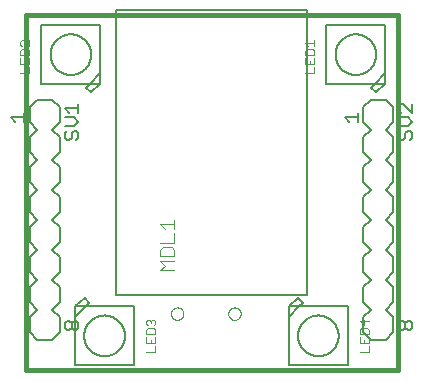
<source format=gto>
G75*
%MOIN*%
%OFA0B0*%
%FSLAX25Y25*%
%IPPOS*%
%LPD*%
%AMOC8*
5,1,8,0,0,1.08239X$1,22.5*
%
%ADD10C,0.01600*%
%ADD11C,0.00500*%
%ADD12C,0.00400*%
%ADD13C,0.00000*%
%ADD14C,0.00600*%
%ADD15C,0.00300*%
D10*
X0008250Y0005000D02*
X0008250Y0123110D01*
X0132266Y0123110D01*
X0132266Y0005000D01*
X0008250Y0005000D01*
D11*
X0024657Y0006407D02*
X0024657Y0022549D01*
X0028201Y0026093D01*
X0029382Y0027274D01*
X0027807Y0028848D01*
X0024657Y0026093D01*
X0028201Y0026093D01*
X0044343Y0026093D01*
X0044343Y0006407D01*
X0024657Y0006407D01*
X0027727Y0016250D02*
X0027729Y0016416D01*
X0027735Y0016582D01*
X0027745Y0016748D01*
X0027760Y0016914D01*
X0027778Y0017079D01*
X0027800Y0017244D01*
X0027827Y0017408D01*
X0027857Y0017571D01*
X0027892Y0017734D01*
X0027930Y0017896D01*
X0027972Y0018056D01*
X0028019Y0018216D01*
X0028069Y0018375D01*
X0028123Y0018532D01*
X0028181Y0018688D01*
X0028243Y0018842D01*
X0028308Y0018995D01*
X0028377Y0019146D01*
X0028450Y0019295D01*
X0028527Y0019443D01*
X0028607Y0019588D01*
X0028691Y0019732D01*
X0028778Y0019874D01*
X0028868Y0020013D01*
X0028962Y0020150D01*
X0029060Y0020285D01*
X0029161Y0020417D01*
X0029264Y0020547D01*
X0029371Y0020674D01*
X0029482Y0020798D01*
X0029595Y0020920D01*
X0029711Y0021039D01*
X0029830Y0021155D01*
X0029952Y0021268D01*
X0030076Y0021379D01*
X0030203Y0021486D01*
X0030333Y0021589D01*
X0030465Y0021690D01*
X0030600Y0021788D01*
X0030737Y0021882D01*
X0030876Y0021972D01*
X0031018Y0022059D01*
X0031162Y0022143D01*
X0031307Y0022223D01*
X0031455Y0022300D01*
X0031604Y0022373D01*
X0031755Y0022442D01*
X0031908Y0022507D01*
X0032062Y0022569D01*
X0032218Y0022627D01*
X0032375Y0022681D01*
X0032534Y0022731D01*
X0032694Y0022778D01*
X0032854Y0022820D01*
X0033016Y0022858D01*
X0033179Y0022893D01*
X0033342Y0022923D01*
X0033506Y0022950D01*
X0033671Y0022972D01*
X0033836Y0022990D01*
X0034002Y0023005D01*
X0034168Y0023015D01*
X0034334Y0023021D01*
X0034500Y0023023D01*
X0034666Y0023021D01*
X0034832Y0023015D01*
X0034998Y0023005D01*
X0035164Y0022990D01*
X0035329Y0022972D01*
X0035494Y0022950D01*
X0035658Y0022923D01*
X0035821Y0022893D01*
X0035984Y0022858D01*
X0036146Y0022820D01*
X0036306Y0022778D01*
X0036466Y0022731D01*
X0036625Y0022681D01*
X0036782Y0022627D01*
X0036938Y0022569D01*
X0037092Y0022507D01*
X0037245Y0022442D01*
X0037396Y0022373D01*
X0037545Y0022300D01*
X0037693Y0022223D01*
X0037838Y0022143D01*
X0037982Y0022059D01*
X0038124Y0021972D01*
X0038263Y0021882D01*
X0038400Y0021788D01*
X0038535Y0021690D01*
X0038667Y0021589D01*
X0038797Y0021486D01*
X0038924Y0021379D01*
X0039048Y0021268D01*
X0039170Y0021155D01*
X0039289Y0021039D01*
X0039405Y0020920D01*
X0039518Y0020798D01*
X0039629Y0020674D01*
X0039736Y0020547D01*
X0039839Y0020417D01*
X0039940Y0020285D01*
X0040038Y0020150D01*
X0040132Y0020013D01*
X0040222Y0019874D01*
X0040309Y0019732D01*
X0040393Y0019588D01*
X0040473Y0019443D01*
X0040550Y0019295D01*
X0040623Y0019146D01*
X0040692Y0018995D01*
X0040757Y0018842D01*
X0040819Y0018688D01*
X0040877Y0018532D01*
X0040931Y0018375D01*
X0040981Y0018216D01*
X0041028Y0018056D01*
X0041070Y0017896D01*
X0041108Y0017734D01*
X0041143Y0017571D01*
X0041173Y0017408D01*
X0041200Y0017244D01*
X0041222Y0017079D01*
X0041240Y0016914D01*
X0041255Y0016748D01*
X0041265Y0016582D01*
X0041271Y0016416D01*
X0041273Y0016250D01*
X0041271Y0016084D01*
X0041265Y0015918D01*
X0041255Y0015752D01*
X0041240Y0015586D01*
X0041222Y0015421D01*
X0041200Y0015256D01*
X0041173Y0015092D01*
X0041143Y0014929D01*
X0041108Y0014766D01*
X0041070Y0014604D01*
X0041028Y0014444D01*
X0040981Y0014284D01*
X0040931Y0014125D01*
X0040877Y0013968D01*
X0040819Y0013812D01*
X0040757Y0013658D01*
X0040692Y0013505D01*
X0040623Y0013354D01*
X0040550Y0013205D01*
X0040473Y0013057D01*
X0040393Y0012912D01*
X0040309Y0012768D01*
X0040222Y0012626D01*
X0040132Y0012487D01*
X0040038Y0012350D01*
X0039940Y0012215D01*
X0039839Y0012083D01*
X0039736Y0011953D01*
X0039629Y0011826D01*
X0039518Y0011702D01*
X0039405Y0011580D01*
X0039289Y0011461D01*
X0039170Y0011345D01*
X0039048Y0011232D01*
X0038924Y0011121D01*
X0038797Y0011014D01*
X0038667Y0010911D01*
X0038535Y0010810D01*
X0038400Y0010712D01*
X0038263Y0010618D01*
X0038124Y0010528D01*
X0037982Y0010441D01*
X0037838Y0010357D01*
X0037693Y0010277D01*
X0037545Y0010200D01*
X0037396Y0010127D01*
X0037245Y0010058D01*
X0037092Y0009993D01*
X0036938Y0009931D01*
X0036782Y0009873D01*
X0036625Y0009819D01*
X0036466Y0009769D01*
X0036306Y0009722D01*
X0036146Y0009680D01*
X0035984Y0009642D01*
X0035821Y0009607D01*
X0035658Y0009577D01*
X0035494Y0009550D01*
X0035329Y0009528D01*
X0035164Y0009510D01*
X0034998Y0009495D01*
X0034832Y0009485D01*
X0034666Y0009479D01*
X0034500Y0009477D01*
X0034334Y0009479D01*
X0034168Y0009485D01*
X0034002Y0009495D01*
X0033836Y0009510D01*
X0033671Y0009528D01*
X0033506Y0009550D01*
X0033342Y0009577D01*
X0033179Y0009607D01*
X0033016Y0009642D01*
X0032854Y0009680D01*
X0032694Y0009722D01*
X0032534Y0009769D01*
X0032375Y0009819D01*
X0032218Y0009873D01*
X0032062Y0009931D01*
X0031908Y0009993D01*
X0031755Y0010058D01*
X0031604Y0010127D01*
X0031455Y0010200D01*
X0031307Y0010277D01*
X0031162Y0010357D01*
X0031018Y0010441D01*
X0030876Y0010528D01*
X0030737Y0010618D01*
X0030600Y0010712D01*
X0030465Y0010810D01*
X0030333Y0010911D01*
X0030203Y0011014D01*
X0030076Y0011121D01*
X0029952Y0011232D01*
X0029830Y0011345D01*
X0029711Y0011461D01*
X0029595Y0011580D01*
X0029482Y0011702D01*
X0029371Y0011826D01*
X0029264Y0011953D01*
X0029161Y0012083D01*
X0029060Y0012215D01*
X0028962Y0012350D01*
X0028868Y0012487D01*
X0028778Y0012626D01*
X0028691Y0012768D01*
X0028607Y0012912D01*
X0028527Y0013057D01*
X0028450Y0013205D01*
X0028377Y0013354D01*
X0028308Y0013505D01*
X0028243Y0013658D01*
X0028181Y0013812D01*
X0028123Y0013968D01*
X0028069Y0014125D01*
X0028019Y0014284D01*
X0027972Y0014444D01*
X0027930Y0014604D01*
X0027892Y0014766D01*
X0027857Y0014929D01*
X0027827Y0015092D01*
X0027800Y0015256D01*
X0027778Y0015421D01*
X0027760Y0015586D01*
X0027745Y0015752D01*
X0027735Y0015918D01*
X0027729Y0016084D01*
X0027727Y0016250D01*
X0025750Y0018897D02*
X0024999Y0018146D01*
X0024249Y0018146D01*
X0023498Y0018897D01*
X0023498Y0020398D01*
X0024249Y0021149D01*
X0024999Y0021149D01*
X0025750Y0020398D01*
X0025750Y0018897D01*
X0023498Y0018897D02*
X0022747Y0018146D01*
X0021997Y0018146D01*
X0021246Y0018897D01*
X0021246Y0020398D01*
X0021997Y0021149D01*
X0022747Y0021149D01*
X0023498Y0020398D01*
X0024657Y0022549D02*
X0024657Y0026093D01*
X0038250Y0030000D02*
X0102030Y0030000D01*
X0102030Y0124882D01*
X0038250Y0124882D01*
X0038250Y0030000D01*
X0095907Y0026093D02*
X0095907Y0022549D01*
X0099451Y0026093D01*
X0100632Y0027274D01*
X0099057Y0028848D01*
X0095907Y0026093D01*
X0099451Y0026093D01*
X0115593Y0026093D01*
X0115593Y0006407D01*
X0095907Y0006407D01*
X0095907Y0022549D01*
X0098977Y0016250D02*
X0098979Y0016416D01*
X0098985Y0016582D01*
X0098995Y0016748D01*
X0099010Y0016914D01*
X0099028Y0017079D01*
X0099050Y0017244D01*
X0099077Y0017408D01*
X0099107Y0017571D01*
X0099142Y0017734D01*
X0099180Y0017896D01*
X0099222Y0018056D01*
X0099269Y0018216D01*
X0099319Y0018375D01*
X0099373Y0018532D01*
X0099431Y0018688D01*
X0099493Y0018842D01*
X0099558Y0018995D01*
X0099627Y0019146D01*
X0099700Y0019295D01*
X0099777Y0019443D01*
X0099857Y0019588D01*
X0099941Y0019732D01*
X0100028Y0019874D01*
X0100118Y0020013D01*
X0100212Y0020150D01*
X0100310Y0020285D01*
X0100411Y0020417D01*
X0100514Y0020547D01*
X0100621Y0020674D01*
X0100732Y0020798D01*
X0100845Y0020920D01*
X0100961Y0021039D01*
X0101080Y0021155D01*
X0101202Y0021268D01*
X0101326Y0021379D01*
X0101453Y0021486D01*
X0101583Y0021589D01*
X0101715Y0021690D01*
X0101850Y0021788D01*
X0101987Y0021882D01*
X0102126Y0021972D01*
X0102268Y0022059D01*
X0102412Y0022143D01*
X0102557Y0022223D01*
X0102705Y0022300D01*
X0102854Y0022373D01*
X0103005Y0022442D01*
X0103158Y0022507D01*
X0103312Y0022569D01*
X0103468Y0022627D01*
X0103625Y0022681D01*
X0103784Y0022731D01*
X0103944Y0022778D01*
X0104104Y0022820D01*
X0104266Y0022858D01*
X0104429Y0022893D01*
X0104592Y0022923D01*
X0104756Y0022950D01*
X0104921Y0022972D01*
X0105086Y0022990D01*
X0105252Y0023005D01*
X0105418Y0023015D01*
X0105584Y0023021D01*
X0105750Y0023023D01*
X0105916Y0023021D01*
X0106082Y0023015D01*
X0106248Y0023005D01*
X0106414Y0022990D01*
X0106579Y0022972D01*
X0106744Y0022950D01*
X0106908Y0022923D01*
X0107071Y0022893D01*
X0107234Y0022858D01*
X0107396Y0022820D01*
X0107556Y0022778D01*
X0107716Y0022731D01*
X0107875Y0022681D01*
X0108032Y0022627D01*
X0108188Y0022569D01*
X0108342Y0022507D01*
X0108495Y0022442D01*
X0108646Y0022373D01*
X0108795Y0022300D01*
X0108943Y0022223D01*
X0109088Y0022143D01*
X0109232Y0022059D01*
X0109374Y0021972D01*
X0109513Y0021882D01*
X0109650Y0021788D01*
X0109785Y0021690D01*
X0109917Y0021589D01*
X0110047Y0021486D01*
X0110174Y0021379D01*
X0110298Y0021268D01*
X0110420Y0021155D01*
X0110539Y0021039D01*
X0110655Y0020920D01*
X0110768Y0020798D01*
X0110879Y0020674D01*
X0110986Y0020547D01*
X0111089Y0020417D01*
X0111190Y0020285D01*
X0111288Y0020150D01*
X0111382Y0020013D01*
X0111472Y0019874D01*
X0111559Y0019732D01*
X0111643Y0019588D01*
X0111723Y0019443D01*
X0111800Y0019295D01*
X0111873Y0019146D01*
X0111942Y0018995D01*
X0112007Y0018842D01*
X0112069Y0018688D01*
X0112127Y0018532D01*
X0112181Y0018375D01*
X0112231Y0018216D01*
X0112278Y0018056D01*
X0112320Y0017896D01*
X0112358Y0017734D01*
X0112393Y0017571D01*
X0112423Y0017408D01*
X0112450Y0017244D01*
X0112472Y0017079D01*
X0112490Y0016914D01*
X0112505Y0016748D01*
X0112515Y0016582D01*
X0112521Y0016416D01*
X0112523Y0016250D01*
X0112521Y0016084D01*
X0112515Y0015918D01*
X0112505Y0015752D01*
X0112490Y0015586D01*
X0112472Y0015421D01*
X0112450Y0015256D01*
X0112423Y0015092D01*
X0112393Y0014929D01*
X0112358Y0014766D01*
X0112320Y0014604D01*
X0112278Y0014444D01*
X0112231Y0014284D01*
X0112181Y0014125D01*
X0112127Y0013968D01*
X0112069Y0013812D01*
X0112007Y0013658D01*
X0111942Y0013505D01*
X0111873Y0013354D01*
X0111800Y0013205D01*
X0111723Y0013057D01*
X0111643Y0012912D01*
X0111559Y0012768D01*
X0111472Y0012626D01*
X0111382Y0012487D01*
X0111288Y0012350D01*
X0111190Y0012215D01*
X0111089Y0012083D01*
X0110986Y0011953D01*
X0110879Y0011826D01*
X0110768Y0011702D01*
X0110655Y0011580D01*
X0110539Y0011461D01*
X0110420Y0011345D01*
X0110298Y0011232D01*
X0110174Y0011121D01*
X0110047Y0011014D01*
X0109917Y0010911D01*
X0109785Y0010810D01*
X0109650Y0010712D01*
X0109513Y0010618D01*
X0109374Y0010528D01*
X0109232Y0010441D01*
X0109088Y0010357D01*
X0108943Y0010277D01*
X0108795Y0010200D01*
X0108646Y0010127D01*
X0108495Y0010058D01*
X0108342Y0009993D01*
X0108188Y0009931D01*
X0108032Y0009873D01*
X0107875Y0009819D01*
X0107716Y0009769D01*
X0107556Y0009722D01*
X0107396Y0009680D01*
X0107234Y0009642D01*
X0107071Y0009607D01*
X0106908Y0009577D01*
X0106744Y0009550D01*
X0106579Y0009528D01*
X0106414Y0009510D01*
X0106248Y0009495D01*
X0106082Y0009485D01*
X0105916Y0009479D01*
X0105750Y0009477D01*
X0105584Y0009479D01*
X0105418Y0009485D01*
X0105252Y0009495D01*
X0105086Y0009510D01*
X0104921Y0009528D01*
X0104756Y0009550D01*
X0104592Y0009577D01*
X0104429Y0009607D01*
X0104266Y0009642D01*
X0104104Y0009680D01*
X0103944Y0009722D01*
X0103784Y0009769D01*
X0103625Y0009819D01*
X0103468Y0009873D01*
X0103312Y0009931D01*
X0103158Y0009993D01*
X0103005Y0010058D01*
X0102854Y0010127D01*
X0102705Y0010200D01*
X0102557Y0010277D01*
X0102412Y0010357D01*
X0102268Y0010441D01*
X0102126Y0010528D01*
X0101987Y0010618D01*
X0101850Y0010712D01*
X0101715Y0010810D01*
X0101583Y0010911D01*
X0101453Y0011014D01*
X0101326Y0011121D01*
X0101202Y0011232D01*
X0101080Y0011345D01*
X0100961Y0011461D01*
X0100845Y0011580D01*
X0100732Y0011702D01*
X0100621Y0011826D01*
X0100514Y0011953D01*
X0100411Y0012083D01*
X0100310Y0012215D01*
X0100212Y0012350D01*
X0100118Y0012487D01*
X0100028Y0012626D01*
X0099941Y0012768D01*
X0099857Y0012912D01*
X0099777Y0013057D01*
X0099700Y0013205D01*
X0099627Y0013354D01*
X0099558Y0013505D01*
X0099493Y0013658D01*
X0099431Y0013812D01*
X0099373Y0013968D01*
X0099319Y0014125D01*
X0099269Y0014284D01*
X0099222Y0014444D01*
X0099180Y0014604D01*
X0099142Y0014766D01*
X0099107Y0014929D01*
X0099077Y0015092D01*
X0099050Y0015256D01*
X0099028Y0015421D01*
X0099010Y0015586D01*
X0098995Y0015752D01*
X0098985Y0015918D01*
X0098979Y0016084D01*
X0098977Y0016250D01*
X0132496Y0018897D02*
X0132496Y0020398D01*
X0133247Y0021149D01*
X0133997Y0021149D01*
X0134748Y0020398D01*
X0134748Y0018897D01*
X0133997Y0018146D01*
X0133247Y0018146D01*
X0132496Y0018897D01*
X0134748Y0018897D02*
X0135499Y0018146D01*
X0136249Y0018146D01*
X0137000Y0018897D01*
X0137000Y0020398D01*
X0136249Y0021149D01*
X0135499Y0021149D01*
X0134748Y0020398D01*
X0133997Y0081438D02*
X0133247Y0081438D01*
X0132496Y0082189D01*
X0132496Y0083690D01*
X0133247Y0084441D01*
X0134748Y0083690D02*
X0134748Y0082189D01*
X0133997Y0081438D01*
X0136249Y0081438D02*
X0137000Y0082189D01*
X0137000Y0083690D01*
X0136249Y0084441D01*
X0135499Y0084441D01*
X0134748Y0083690D01*
X0135499Y0086042D02*
X0132496Y0086042D01*
X0132496Y0089045D02*
X0135499Y0089045D01*
X0137000Y0087543D01*
X0135499Y0086042D01*
X0137000Y0090646D02*
X0133997Y0093649D01*
X0133247Y0093649D01*
X0132496Y0092898D01*
X0132496Y0091397D01*
X0133247Y0090646D01*
X0137000Y0090646D02*
X0137000Y0093649D01*
X0128093Y0100157D02*
X0124943Y0097402D01*
X0123368Y0098976D01*
X0124549Y0100157D01*
X0128093Y0103701D01*
X0128093Y0100157D01*
X0124549Y0100157D01*
X0108407Y0100157D01*
X0108407Y0119843D01*
X0128093Y0119843D01*
X0128093Y0103701D01*
X0111477Y0110000D02*
X0111479Y0110166D01*
X0111485Y0110332D01*
X0111495Y0110498D01*
X0111510Y0110664D01*
X0111528Y0110829D01*
X0111550Y0110994D01*
X0111577Y0111158D01*
X0111607Y0111321D01*
X0111642Y0111484D01*
X0111680Y0111646D01*
X0111722Y0111806D01*
X0111769Y0111966D01*
X0111819Y0112125D01*
X0111873Y0112282D01*
X0111931Y0112438D01*
X0111993Y0112592D01*
X0112058Y0112745D01*
X0112127Y0112896D01*
X0112200Y0113045D01*
X0112277Y0113193D01*
X0112357Y0113338D01*
X0112441Y0113482D01*
X0112528Y0113624D01*
X0112618Y0113763D01*
X0112712Y0113900D01*
X0112810Y0114035D01*
X0112911Y0114167D01*
X0113014Y0114297D01*
X0113121Y0114424D01*
X0113232Y0114548D01*
X0113345Y0114670D01*
X0113461Y0114789D01*
X0113580Y0114905D01*
X0113702Y0115018D01*
X0113826Y0115129D01*
X0113953Y0115236D01*
X0114083Y0115339D01*
X0114215Y0115440D01*
X0114350Y0115538D01*
X0114487Y0115632D01*
X0114626Y0115722D01*
X0114768Y0115809D01*
X0114912Y0115893D01*
X0115057Y0115973D01*
X0115205Y0116050D01*
X0115354Y0116123D01*
X0115505Y0116192D01*
X0115658Y0116257D01*
X0115812Y0116319D01*
X0115968Y0116377D01*
X0116125Y0116431D01*
X0116284Y0116481D01*
X0116444Y0116528D01*
X0116604Y0116570D01*
X0116766Y0116608D01*
X0116929Y0116643D01*
X0117092Y0116673D01*
X0117256Y0116700D01*
X0117421Y0116722D01*
X0117586Y0116740D01*
X0117752Y0116755D01*
X0117918Y0116765D01*
X0118084Y0116771D01*
X0118250Y0116773D01*
X0118416Y0116771D01*
X0118582Y0116765D01*
X0118748Y0116755D01*
X0118914Y0116740D01*
X0119079Y0116722D01*
X0119244Y0116700D01*
X0119408Y0116673D01*
X0119571Y0116643D01*
X0119734Y0116608D01*
X0119896Y0116570D01*
X0120056Y0116528D01*
X0120216Y0116481D01*
X0120375Y0116431D01*
X0120532Y0116377D01*
X0120688Y0116319D01*
X0120842Y0116257D01*
X0120995Y0116192D01*
X0121146Y0116123D01*
X0121295Y0116050D01*
X0121443Y0115973D01*
X0121588Y0115893D01*
X0121732Y0115809D01*
X0121874Y0115722D01*
X0122013Y0115632D01*
X0122150Y0115538D01*
X0122285Y0115440D01*
X0122417Y0115339D01*
X0122547Y0115236D01*
X0122674Y0115129D01*
X0122798Y0115018D01*
X0122920Y0114905D01*
X0123039Y0114789D01*
X0123155Y0114670D01*
X0123268Y0114548D01*
X0123379Y0114424D01*
X0123486Y0114297D01*
X0123589Y0114167D01*
X0123690Y0114035D01*
X0123788Y0113900D01*
X0123882Y0113763D01*
X0123972Y0113624D01*
X0124059Y0113482D01*
X0124143Y0113338D01*
X0124223Y0113193D01*
X0124300Y0113045D01*
X0124373Y0112896D01*
X0124442Y0112745D01*
X0124507Y0112592D01*
X0124569Y0112438D01*
X0124627Y0112282D01*
X0124681Y0112125D01*
X0124731Y0111966D01*
X0124778Y0111806D01*
X0124820Y0111646D01*
X0124858Y0111484D01*
X0124893Y0111321D01*
X0124923Y0111158D01*
X0124950Y0110994D01*
X0124972Y0110829D01*
X0124990Y0110664D01*
X0125005Y0110498D01*
X0125015Y0110332D01*
X0125021Y0110166D01*
X0125023Y0110000D01*
X0125021Y0109834D01*
X0125015Y0109668D01*
X0125005Y0109502D01*
X0124990Y0109336D01*
X0124972Y0109171D01*
X0124950Y0109006D01*
X0124923Y0108842D01*
X0124893Y0108679D01*
X0124858Y0108516D01*
X0124820Y0108354D01*
X0124778Y0108194D01*
X0124731Y0108034D01*
X0124681Y0107875D01*
X0124627Y0107718D01*
X0124569Y0107562D01*
X0124507Y0107408D01*
X0124442Y0107255D01*
X0124373Y0107104D01*
X0124300Y0106955D01*
X0124223Y0106807D01*
X0124143Y0106662D01*
X0124059Y0106518D01*
X0123972Y0106376D01*
X0123882Y0106237D01*
X0123788Y0106100D01*
X0123690Y0105965D01*
X0123589Y0105833D01*
X0123486Y0105703D01*
X0123379Y0105576D01*
X0123268Y0105452D01*
X0123155Y0105330D01*
X0123039Y0105211D01*
X0122920Y0105095D01*
X0122798Y0104982D01*
X0122674Y0104871D01*
X0122547Y0104764D01*
X0122417Y0104661D01*
X0122285Y0104560D01*
X0122150Y0104462D01*
X0122013Y0104368D01*
X0121874Y0104278D01*
X0121732Y0104191D01*
X0121588Y0104107D01*
X0121443Y0104027D01*
X0121295Y0103950D01*
X0121146Y0103877D01*
X0120995Y0103808D01*
X0120842Y0103743D01*
X0120688Y0103681D01*
X0120532Y0103623D01*
X0120375Y0103569D01*
X0120216Y0103519D01*
X0120056Y0103472D01*
X0119896Y0103430D01*
X0119734Y0103392D01*
X0119571Y0103357D01*
X0119408Y0103327D01*
X0119244Y0103300D01*
X0119079Y0103278D01*
X0118914Y0103260D01*
X0118748Y0103245D01*
X0118582Y0103235D01*
X0118416Y0103229D01*
X0118250Y0103227D01*
X0118084Y0103229D01*
X0117918Y0103235D01*
X0117752Y0103245D01*
X0117586Y0103260D01*
X0117421Y0103278D01*
X0117256Y0103300D01*
X0117092Y0103327D01*
X0116929Y0103357D01*
X0116766Y0103392D01*
X0116604Y0103430D01*
X0116444Y0103472D01*
X0116284Y0103519D01*
X0116125Y0103569D01*
X0115968Y0103623D01*
X0115812Y0103681D01*
X0115658Y0103743D01*
X0115505Y0103808D01*
X0115354Y0103877D01*
X0115205Y0103950D01*
X0115057Y0104027D01*
X0114912Y0104107D01*
X0114768Y0104191D01*
X0114626Y0104278D01*
X0114487Y0104368D01*
X0114350Y0104462D01*
X0114215Y0104560D01*
X0114083Y0104661D01*
X0113953Y0104764D01*
X0113826Y0104871D01*
X0113702Y0104982D01*
X0113580Y0105095D01*
X0113461Y0105211D01*
X0113345Y0105330D01*
X0113232Y0105452D01*
X0113121Y0105576D01*
X0113014Y0105703D01*
X0112911Y0105833D01*
X0112810Y0105965D01*
X0112712Y0106100D01*
X0112618Y0106237D01*
X0112528Y0106376D01*
X0112441Y0106518D01*
X0112357Y0106662D01*
X0112277Y0106807D01*
X0112200Y0106955D01*
X0112127Y0107104D01*
X0112058Y0107255D01*
X0111993Y0107408D01*
X0111931Y0107562D01*
X0111873Y0107718D01*
X0111819Y0107875D01*
X0111769Y0108034D01*
X0111722Y0108194D01*
X0111680Y0108354D01*
X0111642Y0108516D01*
X0111607Y0108679D01*
X0111577Y0108842D01*
X0111550Y0109006D01*
X0111528Y0109171D01*
X0111510Y0109336D01*
X0111495Y0109502D01*
X0111485Y0109668D01*
X0111479Y0109834D01*
X0111477Y0110000D01*
X0119000Y0090649D02*
X0119000Y0087646D01*
X0119000Y0089147D02*
X0114496Y0089147D01*
X0115997Y0087646D01*
X0033093Y0100157D02*
X0029943Y0097402D01*
X0028368Y0098976D01*
X0029549Y0100157D01*
X0033093Y0103701D01*
X0033093Y0100157D01*
X0029549Y0100157D01*
X0013407Y0100157D01*
X0013407Y0119843D01*
X0033093Y0119843D01*
X0033093Y0103701D01*
X0016477Y0110000D02*
X0016479Y0110166D01*
X0016485Y0110332D01*
X0016495Y0110498D01*
X0016510Y0110664D01*
X0016528Y0110829D01*
X0016550Y0110994D01*
X0016577Y0111158D01*
X0016607Y0111321D01*
X0016642Y0111484D01*
X0016680Y0111646D01*
X0016722Y0111806D01*
X0016769Y0111966D01*
X0016819Y0112125D01*
X0016873Y0112282D01*
X0016931Y0112438D01*
X0016993Y0112592D01*
X0017058Y0112745D01*
X0017127Y0112896D01*
X0017200Y0113045D01*
X0017277Y0113193D01*
X0017357Y0113338D01*
X0017441Y0113482D01*
X0017528Y0113624D01*
X0017618Y0113763D01*
X0017712Y0113900D01*
X0017810Y0114035D01*
X0017911Y0114167D01*
X0018014Y0114297D01*
X0018121Y0114424D01*
X0018232Y0114548D01*
X0018345Y0114670D01*
X0018461Y0114789D01*
X0018580Y0114905D01*
X0018702Y0115018D01*
X0018826Y0115129D01*
X0018953Y0115236D01*
X0019083Y0115339D01*
X0019215Y0115440D01*
X0019350Y0115538D01*
X0019487Y0115632D01*
X0019626Y0115722D01*
X0019768Y0115809D01*
X0019912Y0115893D01*
X0020057Y0115973D01*
X0020205Y0116050D01*
X0020354Y0116123D01*
X0020505Y0116192D01*
X0020658Y0116257D01*
X0020812Y0116319D01*
X0020968Y0116377D01*
X0021125Y0116431D01*
X0021284Y0116481D01*
X0021444Y0116528D01*
X0021604Y0116570D01*
X0021766Y0116608D01*
X0021929Y0116643D01*
X0022092Y0116673D01*
X0022256Y0116700D01*
X0022421Y0116722D01*
X0022586Y0116740D01*
X0022752Y0116755D01*
X0022918Y0116765D01*
X0023084Y0116771D01*
X0023250Y0116773D01*
X0023416Y0116771D01*
X0023582Y0116765D01*
X0023748Y0116755D01*
X0023914Y0116740D01*
X0024079Y0116722D01*
X0024244Y0116700D01*
X0024408Y0116673D01*
X0024571Y0116643D01*
X0024734Y0116608D01*
X0024896Y0116570D01*
X0025056Y0116528D01*
X0025216Y0116481D01*
X0025375Y0116431D01*
X0025532Y0116377D01*
X0025688Y0116319D01*
X0025842Y0116257D01*
X0025995Y0116192D01*
X0026146Y0116123D01*
X0026295Y0116050D01*
X0026443Y0115973D01*
X0026588Y0115893D01*
X0026732Y0115809D01*
X0026874Y0115722D01*
X0027013Y0115632D01*
X0027150Y0115538D01*
X0027285Y0115440D01*
X0027417Y0115339D01*
X0027547Y0115236D01*
X0027674Y0115129D01*
X0027798Y0115018D01*
X0027920Y0114905D01*
X0028039Y0114789D01*
X0028155Y0114670D01*
X0028268Y0114548D01*
X0028379Y0114424D01*
X0028486Y0114297D01*
X0028589Y0114167D01*
X0028690Y0114035D01*
X0028788Y0113900D01*
X0028882Y0113763D01*
X0028972Y0113624D01*
X0029059Y0113482D01*
X0029143Y0113338D01*
X0029223Y0113193D01*
X0029300Y0113045D01*
X0029373Y0112896D01*
X0029442Y0112745D01*
X0029507Y0112592D01*
X0029569Y0112438D01*
X0029627Y0112282D01*
X0029681Y0112125D01*
X0029731Y0111966D01*
X0029778Y0111806D01*
X0029820Y0111646D01*
X0029858Y0111484D01*
X0029893Y0111321D01*
X0029923Y0111158D01*
X0029950Y0110994D01*
X0029972Y0110829D01*
X0029990Y0110664D01*
X0030005Y0110498D01*
X0030015Y0110332D01*
X0030021Y0110166D01*
X0030023Y0110000D01*
X0030021Y0109834D01*
X0030015Y0109668D01*
X0030005Y0109502D01*
X0029990Y0109336D01*
X0029972Y0109171D01*
X0029950Y0109006D01*
X0029923Y0108842D01*
X0029893Y0108679D01*
X0029858Y0108516D01*
X0029820Y0108354D01*
X0029778Y0108194D01*
X0029731Y0108034D01*
X0029681Y0107875D01*
X0029627Y0107718D01*
X0029569Y0107562D01*
X0029507Y0107408D01*
X0029442Y0107255D01*
X0029373Y0107104D01*
X0029300Y0106955D01*
X0029223Y0106807D01*
X0029143Y0106662D01*
X0029059Y0106518D01*
X0028972Y0106376D01*
X0028882Y0106237D01*
X0028788Y0106100D01*
X0028690Y0105965D01*
X0028589Y0105833D01*
X0028486Y0105703D01*
X0028379Y0105576D01*
X0028268Y0105452D01*
X0028155Y0105330D01*
X0028039Y0105211D01*
X0027920Y0105095D01*
X0027798Y0104982D01*
X0027674Y0104871D01*
X0027547Y0104764D01*
X0027417Y0104661D01*
X0027285Y0104560D01*
X0027150Y0104462D01*
X0027013Y0104368D01*
X0026874Y0104278D01*
X0026732Y0104191D01*
X0026588Y0104107D01*
X0026443Y0104027D01*
X0026295Y0103950D01*
X0026146Y0103877D01*
X0025995Y0103808D01*
X0025842Y0103743D01*
X0025688Y0103681D01*
X0025532Y0103623D01*
X0025375Y0103569D01*
X0025216Y0103519D01*
X0025056Y0103472D01*
X0024896Y0103430D01*
X0024734Y0103392D01*
X0024571Y0103357D01*
X0024408Y0103327D01*
X0024244Y0103300D01*
X0024079Y0103278D01*
X0023914Y0103260D01*
X0023748Y0103245D01*
X0023582Y0103235D01*
X0023416Y0103229D01*
X0023250Y0103227D01*
X0023084Y0103229D01*
X0022918Y0103235D01*
X0022752Y0103245D01*
X0022586Y0103260D01*
X0022421Y0103278D01*
X0022256Y0103300D01*
X0022092Y0103327D01*
X0021929Y0103357D01*
X0021766Y0103392D01*
X0021604Y0103430D01*
X0021444Y0103472D01*
X0021284Y0103519D01*
X0021125Y0103569D01*
X0020968Y0103623D01*
X0020812Y0103681D01*
X0020658Y0103743D01*
X0020505Y0103808D01*
X0020354Y0103877D01*
X0020205Y0103950D01*
X0020057Y0104027D01*
X0019912Y0104107D01*
X0019768Y0104191D01*
X0019626Y0104278D01*
X0019487Y0104368D01*
X0019350Y0104462D01*
X0019215Y0104560D01*
X0019083Y0104661D01*
X0018953Y0104764D01*
X0018826Y0104871D01*
X0018702Y0104982D01*
X0018580Y0105095D01*
X0018461Y0105211D01*
X0018345Y0105330D01*
X0018232Y0105452D01*
X0018121Y0105576D01*
X0018014Y0105703D01*
X0017911Y0105833D01*
X0017810Y0105965D01*
X0017712Y0106100D01*
X0017618Y0106237D01*
X0017528Y0106376D01*
X0017441Y0106518D01*
X0017357Y0106662D01*
X0017277Y0106807D01*
X0017200Y0106955D01*
X0017127Y0107104D01*
X0017058Y0107255D01*
X0016993Y0107408D01*
X0016931Y0107562D01*
X0016873Y0107718D01*
X0016819Y0107875D01*
X0016769Y0108034D01*
X0016722Y0108194D01*
X0016680Y0108354D01*
X0016642Y0108516D01*
X0016607Y0108679D01*
X0016577Y0108842D01*
X0016550Y0109006D01*
X0016528Y0109171D01*
X0016510Y0109336D01*
X0016495Y0109502D01*
X0016485Y0109668D01*
X0016479Y0109834D01*
X0016477Y0110000D01*
X0025750Y0093649D02*
X0025750Y0090646D01*
X0024249Y0089045D02*
X0021246Y0089045D01*
X0022747Y0090646D02*
X0021246Y0092147D01*
X0025750Y0092147D01*
X0024249Y0089045D02*
X0025750Y0087543D01*
X0024249Y0086042D01*
X0021246Y0086042D01*
X0021997Y0084441D02*
X0021246Y0083690D01*
X0021246Y0082189D01*
X0021997Y0081438D01*
X0022747Y0081438D01*
X0023498Y0082189D01*
X0023498Y0083690D01*
X0024249Y0084441D01*
X0024999Y0084441D01*
X0025750Y0083690D01*
X0025750Y0082189D01*
X0024999Y0081438D01*
X0007750Y0087646D02*
X0007750Y0090649D01*
X0007750Y0089147D02*
X0003246Y0089147D01*
X0004747Y0087646D01*
D12*
X0053131Y0053420D02*
X0057735Y0053420D01*
X0057735Y0051886D02*
X0057735Y0054955D01*
X0054666Y0051886D02*
X0053131Y0053420D01*
X0057735Y0050351D02*
X0057735Y0047282D01*
X0053131Y0047282D01*
X0053898Y0045747D02*
X0053131Y0044980D01*
X0053131Y0042678D01*
X0057735Y0042678D01*
X0057735Y0044980D01*
X0056968Y0045747D01*
X0053898Y0045747D01*
X0053131Y0041143D02*
X0057735Y0041143D01*
X0057735Y0038074D02*
X0053131Y0038074D01*
X0054666Y0039609D01*
X0053131Y0041143D01*
D13*
X0056636Y0023622D02*
X0056638Y0023713D01*
X0056644Y0023803D01*
X0056654Y0023894D01*
X0056668Y0023983D01*
X0056686Y0024072D01*
X0056707Y0024161D01*
X0056733Y0024248D01*
X0056762Y0024334D01*
X0056796Y0024418D01*
X0056832Y0024501D01*
X0056873Y0024583D01*
X0056917Y0024662D01*
X0056964Y0024740D01*
X0057015Y0024815D01*
X0057069Y0024888D01*
X0057126Y0024958D01*
X0057186Y0025026D01*
X0057249Y0025092D01*
X0057315Y0025154D01*
X0057384Y0025213D01*
X0057455Y0025270D01*
X0057529Y0025323D01*
X0057605Y0025373D01*
X0057683Y0025420D01*
X0057763Y0025463D01*
X0057844Y0025502D01*
X0057928Y0025538D01*
X0058013Y0025570D01*
X0058099Y0025599D01*
X0058186Y0025623D01*
X0058275Y0025644D01*
X0058364Y0025661D01*
X0058454Y0025674D01*
X0058544Y0025683D01*
X0058635Y0025688D01*
X0058726Y0025689D01*
X0058816Y0025686D01*
X0058907Y0025679D01*
X0058997Y0025668D01*
X0059087Y0025653D01*
X0059176Y0025634D01*
X0059264Y0025612D01*
X0059350Y0025585D01*
X0059436Y0025555D01*
X0059520Y0025521D01*
X0059603Y0025483D01*
X0059684Y0025442D01*
X0059763Y0025397D01*
X0059840Y0025348D01*
X0059914Y0025297D01*
X0059987Y0025242D01*
X0060057Y0025184D01*
X0060124Y0025123D01*
X0060188Y0025059D01*
X0060250Y0024993D01*
X0060309Y0024923D01*
X0060364Y0024852D01*
X0060417Y0024777D01*
X0060466Y0024701D01*
X0060512Y0024623D01*
X0060554Y0024542D01*
X0060593Y0024460D01*
X0060628Y0024376D01*
X0060659Y0024291D01*
X0060686Y0024204D01*
X0060710Y0024117D01*
X0060730Y0024028D01*
X0060746Y0023939D01*
X0060758Y0023849D01*
X0060766Y0023758D01*
X0060770Y0023667D01*
X0060770Y0023577D01*
X0060766Y0023486D01*
X0060758Y0023395D01*
X0060746Y0023305D01*
X0060730Y0023216D01*
X0060710Y0023127D01*
X0060686Y0023040D01*
X0060659Y0022953D01*
X0060628Y0022868D01*
X0060593Y0022784D01*
X0060554Y0022702D01*
X0060512Y0022621D01*
X0060466Y0022543D01*
X0060417Y0022467D01*
X0060364Y0022392D01*
X0060309Y0022321D01*
X0060250Y0022251D01*
X0060188Y0022185D01*
X0060124Y0022121D01*
X0060057Y0022060D01*
X0059987Y0022002D01*
X0059914Y0021947D01*
X0059840Y0021896D01*
X0059763Y0021847D01*
X0059684Y0021802D01*
X0059603Y0021761D01*
X0059520Y0021723D01*
X0059436Y0021689D01*
X0059350Y0021659D01*
X0059264Y0021632D01*
X0059176Y0021610D01*
X0059087Y0021591D01*
X0058997Y0021576D01*
X0058907Y0021565D01*
X0058816Y0021558D01*
X0058726Y0021555D01*
X0058635Y0021556D01*
X0058544Y0021561D01*
X0058454Y0021570D01*
X0058364Y0021583D01*
X0058275Y0021600D01*
X0058186Y0021621D01*
X0058099Y0021645D01*
X0058013Y0021674D01*
X0057928Y0021706D01*
X0057844Y0021742D01*
X0057763Y0021781D01*
X0057683Y0021824D01*
X0057605Y0021871D01*
X0057529Y0021921D01*
X0057455Y0021974D01*
X0057384Y0022031D01*
X0057315Y0022090D01*
X0057249Y0022152D01*
X0057186Y0022218D01*
X0057126Y0022286D01*
X0057069Y0022356D01*
X0057015Y0022429D01*
X0056964Y0022504D01*
X0056917Y0022582D01*
X0056873Y0022661D01*
X0056832Y0022743D01*
X0056796Y0022826D01*
X0056762Y0022910D01*
X0056733Y0022996D01*
X0056707Y0023083D01*
X0056686Y0023172D01*
X0056668Y0023261D01*
X0056654Y0023350D01*
X0056644Y0023441D01*
X0056638Y0023531D01*
X0056636Y0023622D01*
X0075730Y0023622D02*
X0075732Y0023713D01*
X0075738Y0023803D01*
X0075748Y0023894D01*
X0075762Y0023983D01*
X0075780Y0024072D01*
X0075801Y0024161D01*
X0075827Y0024248D01*
X0075856Y0024334D01*
X0075890Y0024418D01*
X0075926Y0024501D01*
X0075967Y0024583D01*
X0076011Y0024662D01*
X0076058Y0024740D01*
X0076109Y0024815D01*
X0076163Y0024888D01*
X0076220Y0024958D01*
X0076280Y0025026D01*
X0076343Y0025092D01*
X0076409Y0025154D01*
X0076478Y0025213D01*
X0076549Y0025270D01*
X0076623Y0025323D01*
X0076699Y0025373D01*
X0076777Y0025420D01*
X0076857Y0025463D01*
X0076938Y0025502D01*
X0077022Y0025538D01*
X0077107Y0025570D01*
X0077193Y0025599D01*
X0077280Y0025623D01*
X0077369Y0025644D01*
X0077458Y0025661D01*
X0077548Y0025674D01*
X0077638Y0025683D01*
X0077729Y0025688D01*
X0077820Y0025689D01*
X0077910Y0025686D01*
X0078001Y0025679D01*
X0078091Y0025668D01*
X0078181Y0025653D01*
X0078270Y0025634D01*
X0078358Y0025612D01*
X0078444Y0025585D01*
X0078530Y0025555D01*
X0078614Y0025521D01*
X0078697Y0025483D01*
X0078778Y0025442D01*
X0078857Y0025397D01*
X0078934Y0025348D01*
X0079008Y0025297D01*
X0079081Y0025242D01*
X0079151Y0025184D01*
X0079218Y0025123D01*
X0079282Y0025059D01*
X0079344Y0024993D01*
X0079403Y0024923D01*
X0079458Y0024852D01*
X0079511Y0024777D01*
X0079560Y0024701D01*
X0079606Y0024623D01*
X0079648Y0024542D01*
X0079687Y0024460D01*
X0079722Y0024376D01*
X0079753Y0024291D01*
X0079780Y0024204D01*
X0079804Y0024117D01*
X0079824Y0024028D01*
X0079840Y0023939D01*
X0079852Y0023849D01*
X0079860Y0023758D01*
X0079864Y0023667D01*
X0079864Y0023577D01*
X0079860Y0023486D01*
X0079852Y0023395D01*
X0079840Y0023305D01*
X0079824Y0023216D01*
X0079804Y0023127D01*
X0079780Y0023040D01*
X0079753Y0022953D01*
X0079722Y0022868D01*
X0079687Y0022784D01*
X0079648Y0022702D01*
X0079606Y0022621D01*
X0079560Y0022543D01*
X0079511Y0022467D01*
X0079458Y0022392D01*
X0079403Y0022321D01*
X0079344Y0022251D01*
X0079282Y0022185D01*
X0079218Y0022121D01*
X0079151Y0022060D01*
X0079081Y0022002D01*
X0079008Y0021947D01*
X0078934Y0021896D01*
X0078857Y0021847D01*
X0078778Y0021802D01*
X0078697Y0021761D01*
X0078614Y0021723D01*
X0078530Y0021689D01*
X0078444Y0021659D01*
X0078358Y0021632D01*
X0078270Y0021610D01*
X0078181Y0021591D01*
X0078091Y0021576D01*
X0078001Y0021565D01*
X0077910Y0021558D01*
X0077820Y0021555D01*
X0077729Y0021556D01*
X0077638Y0021561D01*
X0077548Y0021570D01*
X0077458Y0021583D01*
X0077369Y0021600D01*
X0077280Y0021621D01*
X0077193Y0021645D01*
X0077107Y0021674D01*
X0077022Y0021706D01*
X0076938Y0021742D01*
X0076857Y0021781D01*
X0076777Y0021824D01*
X0076699Y0021871D01*
X0076623Y0021921D01*
X0076549Y0021974D01*
X0076478Y0022031D01*
X0076409Y0022090D01*
X0076343Y0022152D01*
X0076280Y0022218D01*
X0076220Y0022286D01*
X0076163Y0022356D01*
X0076109Y0022429D01*
X0076058Y0022504D01*
X0076011Y0022582D01*
X0075967Y0022661D01*
X0075926Y0022743D01*
X0075890Y0022826D01*
X0075856Y0022910D01*
X0075827Y0022996D01*
X0075801Y0023083D01*
X0075780Y0023172D01*
X0075762Y0023261D01*
X0075748Y0023350D01*
X0075738Y0023441D01*
X0075732Y0023531D01*
X0075730Y0023622D01*
D14*
X0120750Y0022500D02*
X0120750Y0017500D01*
X0123250Y0015000D01*
X0128250Y0015000D01*
X0130750Y0017500D01*
X0130750Y0022500D01*
X0128250Y0025000D01*
X0130750Y0027500D01*
X0130750Y0032500D01*
X0128250Y0035000D01*
X0130750Y0037500D01*
X0130750Y0042500D01*
X0128250Y0045000D01*
X0130750Y0047500D01*
X0130750Y0052500D01*
X0128250Y0055000D01*
X0130750Y0057500D01*
X0130750Y0062500D01*
X0128250Y0065000D01*
X0130750Y0067500D01*
X0130750Y0072500D01*
X0128250Y0075000D01*
X0130750Y0077500D01*
X0130750Y0082500D01*
X0128250Y0085000D01*
X0130750Y0087500D01*
X0130750Y0092500D01*
X0128250Y0095000D01*
X0123250Y0095000D01*
X0120750Y0092500D01*
X0120750Y0087500D01*
X0123250Y0085000D01*
X0120750Y0082500D01*
X0120750Y0077500D01*
X0123250Y0075000D01*
X0120750Y0072500D01*
X0120750Y0067500D01*
X0123250Y0065000D01*
X0120750Y0062500D01*
X0120750Y0057500D01*
X0123250Y0055000D01*
X0120750Y0052500D01*
X0120750Y0047500D01*
X0123250Y0045000D01*
X0120750Y0042500D01*
X0120750Y0037500D01*
X0123250Y0035000D01*
X0120750Y0032500D01*
X0120750Y0027500D01*
X0123250Y0025000D01*
X0120750Y0022500D01*
X0019500Y0022500D02*
X0019500Y0017500D01*
X0017000Y0015000D01*
X0012000Y0015000D01*
X0009500Y0017500D01*
X0009500Y0022500D01*
X0012000Y0025000D01*
X0009500Y0027500D01*
X0009500Y0032500D01*
X0012000Y0035000D01*
X0009500Y0037500D01*
X0009500Y0042500D01*
X0012000Y0045000D01*
X0009500Y0047500D01*
X0009500Y0052500D01*
X0012000Y0055000D01*
X0009500Y0057500D01*
X0009500Y0062500D01*
X0012000Y0065000D01*
X0009500Y0067500D01*
X0009500Y0072500D01*
X0012000Y0075000D01*
X0009500Y0077500D01*
X0009500Y0082500D01*
X0012000Y0085000D01*
X0009500Y0087500D01*
X0009500Y0092500D01*
X0012000Y0095000D01*
X0017000Y0095000D01*
X0019500Y0092500D01*
X0019500Y0087500D01*
X0017000Y0085000D01*
X0019500Y0082500D01*
X0019500Y0077500D01*
X0017000Y0075000D01*
X0019500Y0072500D01*
X0019500Y0067500D01*
X0017000Y0065000D01*
X0019500Y0062500D01*
X0019500Y0057500D01*
X0017000Y0055000D01*
X0019500Y0052500D01*
X0019500Y0047500D01*
X0017000Y0045000D01*
X0019500Y0042500D01*
X0019500Y0037500D01*
X0017000Y0035000D01*
X0019500Y0032500D01*
X0019500Y0027500D01*
X0017000Y0025000D01*
X0019500Y0022500D01*
D15*
X0048398Y0021155D02*
X0048881Y0021638D01*
X0049365Y0021638D01*
X0049849Y0021155D01*
X0050333Y0021638D01*
X0050816Y0021638D01*
X0051300Y0021155D01*
X0051300Y0020187D01*
X0050816Y0019703D01*
X0050816Y0018692D02*
X0048881Y0018692D01*
X0048398Y0018208D01*
X0048398Y0016757D01*
X0051300Y0016757D01*
X0051300Y0018208D01*
X0050816Y0018692D01*
X0048881Y0019703D02*
X0048398Y0020187D01*
X0048398Y0021155D01*
X0049849Y0021155D02*
X0049849Y0020671D01*
X0051300Y0015745D02*
X0051300Y0013810D01*
X0048398Y0013810D01*
X0048398Y0015745D01*
X0049849Y0014778D02*
X0049849Y0013810D01*
X0051300Y0012799D02*
X0051300Y0010864D01*
X0048398Y0010864D01*
X0119648Y0010864D02*
X0122550Y0010864D01*
X0122550Y0012799D01*
X0122550Y0013810D02*
X0122550Y0015745D01*
X0122550Y0016757D02*
X0122550Y0018208D01*
X0122066Y0018692D01*
X0120131Y0018692D01*
X0119648Y0018208D01*
X0119648Y0016757D01*
X0122550Y0016757D01*
X0121099Y0014778D02*
X0121099Y0013810D01*
X0119648Y0013810D02*
X0122550Y0013810D01*
X0119648Y0013810D02*
X0119648Y0015745D01*
X0121099Y0019703D02*
X0121099Y0021638D01*
X0122550Y0021155D02*
X0119648Y0021155D01*
X0121099Y0019703D01*
X0104350Y0103900D02*
X0101448Y0103900D01*
X0104350Y0103900D02*
X0104350Y0105835D01*
X0104350Y0106847D02*
X0104350Y0108781D01*
X0104350Y0109793D02*
X0104350Y0111244D01*
X0103866Y0111728D01*
X0101931Y0111728D01*
X0101448Y0111244D01*
X0101448Y0109793D01*
X0104350Y0109793D01*
X0102899Y0107814D02*
X0102899Y0106847D01*
X0101448Y0106847D02*
X0104350Y0106847D01*
X0101448Y0106847D02*
X0101448Y0108781D01*
X0102415Y0112740D02*
X0101448Y0113707D01*
X0104350Y0113707D01*
X0104350Y0112740D02*
X0104350Y0114675D01*
X0009350Y0114675D02*
X0009350Y0112740D01*
X0007415Y0114675D01*
X0006931Y0114675D01*
X0006448Y0114191D01*
X0006448Y0113223D01*
X0006931Y0112740D01*
X0006931Y0111728D02*
X0006448Y0111244D01*
X0006448Y0109793D01*
X0009350Y0109793D01*
X0009350Y0111244D01*
X0008866Y0111728D01*
X0006931Y0111728D01*
X0006448Y0108781D02*
X0006448Y0106847D01*
X0009350Y0106847D01*
X0009350Y0108781D01*
X0007899Y0107814D02*
X0007899Y0106847D01*
X0009350Y0105835D02*
X0009350Y0103900D01*
X0006448Y0103900D01*
M02*

</source>
